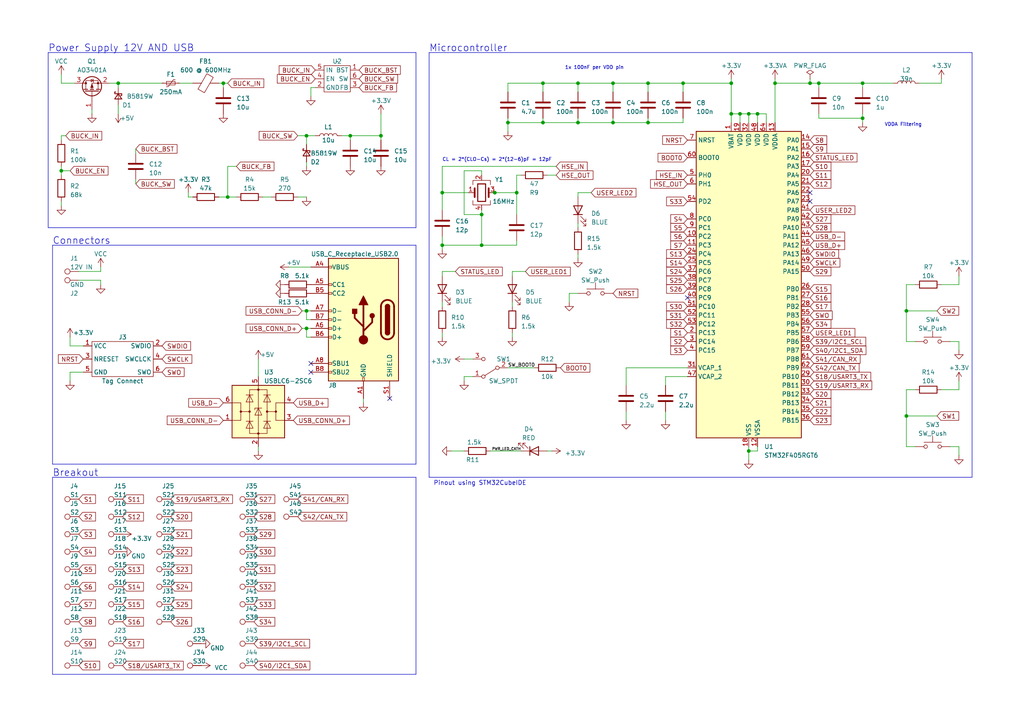
<source format=kicad_sch>
(kicad_sch (version 20230121) (generator eeschema)
  (paper "A4")
  (title_block (title "STM32_Compute_Module") (date "2023-06-14") (rev "1.0"))
  (junction (at 157.48 24.13))
  (junction (at 250.19 34.29))
  (junction (at 250.19 24.13))
  (junction (at 110.49 39.37))
  (junction (at 219.71 33.02))
  (junction (at 167.64 35.56))
  (junction (at 149.86 55.88))
  (junction (at 167.64 24.13))
  (junction (at 147.32 35.56))
  (junction (at 262.89 120.65))
  (junction (at 143.51 55.88))
  (junction (at 64.77 24.13))
  (junction (at 139.7 62.23))
  (junction (at 177.8 24.13))
  (junction (at 88.9 95.25))
  (junction (at 187.96 24.13))
  (junction (at 177.8 35.56))
  (junction (at 128.27 71.12))
  (junction (at 212.09 33.02))
  (junction (at 88.9 39.37))
  (junction (at 88.9 90.17))
  (junction (at 262.89 90.17))
  (junction (at 66.04 57.15))
  (junction (at 101.6 39.37))
  (junction (at 217.17 130.81))
  (junction (at 17.78 49.53))
  (junction (at 217.17 33.02))
  (junction (at 212.09 24.13))
  (junction (at 214.63 33.02))
  (junction (at 224.79 24.13))
  (junction (at 157.48 35.56))
  (junction (at 128.27 55.88))
  (junction (at 139.7 71.12))
  (junction (at 234.95 24.13))
  (junction (at 34.29 24.13))
  (junction (at 187.96 35.56))
  (junction (at 237.49 24.13))
  (junction (at 198.12 24.13))
  (no_connect (at 199.39 86.36))
  (no_connect (at 234.95 55.88))
  (no_connect (at 90.17 107.95))
  (no_connect (at 113.03 115.57))
  (no_connect (at 234.95 58.42))
  (no_connect (at 90.17 105.41))
  (wire (pts (xy 147.32 34.29) (xy 147.32 35.56)))
  (wire (pts (xy 128.27 71.12) (xy 139.7 71.12)))
  (wire (pts (xy 237.49 33.02) (xy 237.49 34.29)))
  (polyline (pts (xy 120.65 195.58) (xy 120.65 138.43)))
  (wire (pts (xy 139.7 71.12) (xy 149.86 71.12)))
  (wire (pts (xy 187.96 26.67) (xy 187.96 24.13)))
  (wire (pts (xy 147.32 26.67) (xy 147.32 24.13)))
  (wire (pts (xy 142.24 55.88) (xy 143.51 55.88)))
  (wire (pts (xy 152.4 78.74) (xy 148.59 78.74)))
  (wire (pts (xy 157.48 26.67) (xy 157.48 24.13)))
  (wire (pts (xy 66.04 48.26) (xy 66.04 57.15)))
  (wire (pts (xy 219.71 35.56) (xy 219.71 33.02)))
  (polyline (pts (xy 281.94 138.43) (xy 281.94 15.24)))
  (wire (pts (xy 29.21 78.74) (xy 29.21 77.47)))
  (wire (pts (xy 87.63 90.17) (xy 88.9 90.17)))
  (wire (pts (xy 110.49 39.37) (xy 110.49 40.64)))
  (wire (pts (xy 90.17 97.79) (xy 88.9 97.79)))
  (wire (pts (xy 193.04 111.76) (xy 193.04 109.22)))
  (wire (pts (xy 177.8 34.29) (xy 177.8 35.56)))
  (wire (pts (xy 167.64 24.13) (xy 177.8 24.13)))
  (wire (pts (xy 17.78 21.59) (xy 17.78 24.13)))
  (wire (pts (xy 198.12 24.13) (xy 212.09 24.13)))
  (wire (pts (xy 74.93 129.54) (xy 74.93 130.81)))
  (wire (pts (xy 217.17 130.81) (xy 217.17 133.35)))
  (wire (pts (xy 193.04 109.22) (xy 199.39 109.22)))
  (wire (pts (xy 17.78 48.26) (xy 17.78 49.53)))
  (polyline (pts (xy 15.24 71.12) (xy 15.24 134.62)))
  (polyline (pts (xy 120.65 15.24) (xy 120.65 66.04)))
  (wire (pts (xy 265.43 129.54) (xy 262.89 129.54)))
  (wire (pts (xy 198.12 24.13) (xy 198.12 26.67)))
  (wire (pts (xy 212.09 22.86) (xy 212.09 24.13)))
  (wire (pts (xy 160.02 130.81) (xy 158.75 130.81)))
  (wire (pts (xy 66.04 57.15) (xy 68.58 57.15)))
  (wire (pts (xy 26.67 33.02) (xy 26.67 31.75)))
  (wire (pts (xy 234.95 22.86) (xy 234.95 24.13)))
  (wire (pts (xy 217.17 33.02) (xy 214.63 33.02)))
  (wire (pts (xy 265.43 113.03) (xy 262.89 113.03)))
  (wire (pts (xy 212.09 33.02) (xy 212.09 35.56)))
  (wire (pts (xy 147.32 24.13) (xy 157.48 24.13)))
  (wire (pts (xy 278.13 110.49) (xy 278.13 113.03)))
  (wire (pts (xy 148.59 97.79) (xy 148.59 96.52)))
  (wire (pts (xy 88.9 95.25) (xy 90.17 95.25)))
  (wire (pts (xy 222.25 33.02) (xy 219.71 33.02)))
  (wire (pts (xy 273.05 22.86) (xy 273.05 24.13)))
  (wire (pts (xy 266.7 24.13) (xy 273.05 24.13)))
  (wire (pts (xy 20.32 97.79) (xy 20.32 100.33)))
  (wire (pts (xy 219.71 129.54) (xy 219.71 130.81)))
  (wire (pts (xy 87.63 95.25) (xy 88.9 95.25)))
  (wire (pts (xy 110.49 33.02) (xy 110.49 39.37)))
  (wire (pts (xy 22.86 81.28) (xy 29.21 81.28)))
  (wire (pts (xy 187.96 34.29) (xy 187.96 35.56)))
  (wire (pts (xy 193.04 119.38) (xy 193.04 121.92)))
  (wire (pts (xy 134.62 104.14) (xy 137.16 104.14)))
  (polyline (pts (xy 15.24 138.43) (xy 15.24 195.58)))
  (polyline (pts (xy 15.24 134.62) (xy 120.65 134.62)))
  (wire (pts (xy 234.95 24.13) (xy 237.49 24.13)))
  (wire (pts (xy 262.89 90.17) (xy 271.78 90.17)))
  (wire (pts (xy 128.27 48.26) (xy 161.29 48.26)))
  (wire (pts (xy 224.79 24.13) (xy 234.95 24.13)))
  (wire (pts (xy 265.43 99.06) (xy 262.89 99.06)))
  (wire (pts (xy 52.07 24.13) (xy 55.88 24.13)))
  (wire (pts (xy 265.43 82.55) (xy 262.89 82.55)))
  (wire (pts (xy 139.7 62.23) (xy 139.7 60.96)))
  (wire (pts (xy 19.05 39.37) (xy 17.78 39.37)))
  (wire (pts (xy 88.9 48.26) (xy 88.9 46.99)))
  (wire (pts (xy 128.27 55.88) (xy 135.89 55.88)))
  (polyline (pts (xy 13.97 15.24) (xy 120.65 15.24)))
  (wire (pts (xy 177.8 26.67) (xy 177.8 24.13)))
  (wire (pts (xy 177.8 35.56) (xy 187.96 35.56)))
  (wire (pts (xy 34.29 24.13) (xy 34.29 25.4)))
  (wire (pts (xy 68.58 48.26) (xy 66.04 48.26)))
  (wire (pts (xy 262.89 120.65) (xy 262.89 129.54)))
  (polyline (pts (xy 124.46 15.24) (xy 124.46 138.43)))
  (polyline (pts (xy 120.65 66.04) (xy 13.97 66.04)))
  (wire (pts (xy 90.17 25.4) (xy 90.17 27.94)))
  (wire (pts (xy 63.5 57.15) (xy 66.04 57.15)))
  (wire (pts (xy 157.48 24.13) (xy 167.64 24.13)))
  (wire (pts (xy 20.32 100.33) (xy 24.13 100.33)))
  (wire (pts (xy 17.78 24.13) (xy 21.59 24.13)))
  (wire (pts (xy 128.27 68.58) (xy 128.27 71.12)))
  (wire (pts (xy 250.19 34.29) (xy 250.19 35.56)))
  (wire (pts (xy 273.05 82.55) (xy 278.13 82.55)))
  (wire (pts (xy 222.25 35.56) (xy 222.25 33.02)))
  (wire (pts (xy 214.63 33.02) (xy 212.09 33.02)))
  (wire (pts (xy 217.17 129.54) (xy 217.17 130.81)))
  (wire (pts (xy 29.21 81.28) (xy 29.21 82.55)))
  (wire (pts (xy 91.44 25.4) (xy 90.17 25.4)))
  (wire (pts (xy 250.19 33.02) (xy 250.19 34.29)))
  (wire (pts (xy 88.9 41.91) (xy 88.9 39.37)))
  (wire (pts (xy 278.13 99.06) (xy 278.13 101.6)))
  (wire (pts (xy 17.78 39.37) (xy 17.78 40.64)))
  (wire (pts (xy 24.13 107.95) (xy 20.32 107.95)))
  (wire (pts (xy 224.79 22.86) (xy 224.79 24.13)))
  (wire (pts (xy 149.86 69.85) (xy 149.86 71.12)))
  (wire (pts (xy 17.78 58.42) (xy 17.78 59.69)))
  (polyline (pts (xy 124.46 138.43) (xy 281.94 138.43)))
  (wire (pts (xy 199.39 106.68) (xy 181.61 106.68)))
  (wire (pts (xy 262.89 113.03) (xy 262.89 120.65)))
  (wire (pts (xy 167.64 35.56) (xy 177.8 35.56)))
  (wire (pts (xy 137.16 109.22) (xy 134.62 109.22)))
  (wire (pts (xy 63.5 24.13) (xy 64.77 24.13)))
  (wire (pts (xy 237.49 24.13) (xy 250.19 24.13)))
  (wire (pts (xy 237.49 34.29) (xy 250.19 34.29)))
  (wire (pts (xy 64.77 25.4) (xy 64.77 24.13)))
  (wire (pts (xy 101.6 39.37) (xy 110.49 39.37)))
  (wire (pts (xy 219.71 33.02) (xy 217.17 33.02)))
  (wire (pts (xy 278.13 80.01) (xy 278.13 82.55)))
  (wire (pts (xy 34.29 24.13) (xy 46.99 24.13)))
  (wire (pts (xy 139.7 49.53) (xy 139.7 50.8)))
  (wire (pts (xy 167.64 66.04) (xy 167.64 64.77)))
  (wire (pts (xy 167.64 55.88) (xy 167.64 57.15)))
  (wire (pts (xy 128.27 78.74) (xy 128.27 80.01)))
  (wire (pts (xy 167.64 34.29) (xy 167.64 35.56)))
  (wire (pts (xy 224.79 24.13) (xy 224.79 35.56)))
  (wire (pts (xy 167.64 26.67) (xy 167.64 24.13)))
  (polyline (pts (xy 120.65 134.62) (xy 120.65 71.12)))
  (wire (pts (xy 139.7 49.53) (xy 134.62 49.53)))
  (wire (pts (xy 134.62 62.23) (xy 139.7 62.23)))
  (wire (pts (xy 167.64 85.09) (xy 165.1 85.09)))
  (wire (pts (xy 31.75 24.13) (xy 34.29 24.13)))
  (wire (pts (xy 158.75 50.8) (xy 161.29 50.8)))
  (wire (pts (xy 250.19 24.13) (xy 259.08 24.13)))
  (polyline (pts (xy 120.65 71.12) (xy 15.24 71.12)))
  (wire (pts (xy 128.27 97.79) (xy 128.27 96.52)))
  (wire (pts (xy 105.41 115.57) (xy 105.41 116.84)))
  (wire (pts (xy 157.48 35.56) (xy 167.64 35.56)))
  (wire (pts (xy 198.12 34.29) (xy 198.12 35.56)))
  (wire (pts (xy 134.62 109.22) (xy 134.62 110.49)))
  (wire (pts (xy 88.9 57.15) (xy 86.36 57.15)))
  (wire (pts (xy 128.27 88.9) (xy 128.27 87.63)))
  (wire (pts (xy 149.86 50.8) (xy 151.13 50.8)))
  (wire (pts (xy 83.82 77.47) (xy 90.17 77.47)))
  (wire (pts (xy 149.86 55.88) (xy 149.86 62.23)))
  (wire (pts (xy 88.9 90.17) (xy 90.17 90.17)))
  (wire (pts (xy 177.8 24.13) (xy 187.96 24.13)))
  (wire (pts (xy 147.32 35.56) (xy 147.32 38.1)))
  (wire (pts (xy 143.51 55.88) (xy 149.86 55.88)))
  (wire (pts (xy 187.96 24.13) (xy 198.12 24.13)))
  (wire (pts (xy 181.61 119.38) (xy 181.61 121.92)))
  (wire (pts (xy 167.64 74.93) (xy 167.64 73.66)))
  (wire (pts (xy 64.77 24.13) (xy 66.04 24.13)))
  (wire (pts (xy 262.89 90.17) (xy 262.89 99.06)))
  (wire (pts (xy 22.86 78.74) (xy 29.21 78.74)))
  (wire (pts (xy 39.37 43.18) (xy 39.37 44.45)))
  (wire (pts (xy 273.05 113.03) (xy 278.13 113.03)))
  (wire (pts (xy 128.27 72.39) (xy 128.27 71.12)))
  (wire (pts (xy 157.48 34.29) (xy 157.48 35.56)))
  (wire (pts (xy 54.61 57.15) (xy 55.88 57.15)))
  (wire (pts (xy 88.9 39.37) (xy 91.44 39.37)))
  (wire (pts (xy 181.61 106.68) (xy 181.61 111.76)))
  (wire (pts (xy 165.1 85.09) (xy 165.1 87.63)))
  (wire (pts (xy 275.59 99.06) (xy 278.13 99.06)))
  (wire (pts (xy 101.6 39.37) (xy 101.6 40.64)))
  (wire (pts (xy 278.13 129.54) (xy 278.13 132.08)))
  (wire (pts (xy 250.19 25.4) (xy 250.19 24.13)))
  (wire (pts (xy 142.24 130.81) (xy 151.13 130.81)))
  (wire (pts (xy 148.59 88.9) (xy 148.59 87.63)))
  (wire (pts (xy 147.32 106.68) (xy 154.94 106.68)))
  (wire (pts (xy 134.62 130.81) (xy 130.81 130.81)))
  (wire (pts (xy 148.59 78.74) (xy 148.59 80.01)))
  (wire (pts (xy 262.89 120.65) (xy 271.78 120.65)))
  (wire (pts (xy 187.96 35.56) (xy 198.12 35.56)))
  (wire (pts (xy 171.45 55.88) (xy 167.64 55.88)))
  (polyline (pts (xy 15.24 195.58) (xy 120.65 195.58)))
  (wire (pts (xy 17.78 49.53) (xy 20.32 49.53)))
  (wire (pts (xy 39.37 53.34) (xy 39.37 52.07)))
  (wire (pts (xy 128.27 55.88) (xy 128.27 60.96)))
  (wire (pts (xy 74.93 104.14) (xy 74.93 109.22)))
  (wire (pts (xy 34.29 30.48) (xy 34.29 33.02)))
  (wire (pts (xy 88.9 39.37) (xy 86.36 39.37)))
  (polyline (pts (xy 13.97 66.04) (xy 13.97 15.24)))
  (wire (pts (xy 139.7 62.23) (xy 139.7 71.12)))
  (wire (pts (xy 237.49 25.4) (xy 237.49 24.13)))
  (wire (pts (xy 17.78 49.53) (xy 17.78 50.8)))
  (polyline (pts (xy 120.65 138.43) (xy 15.24 138.43)))
  (wire (pts (xy 275.59 129.54) (xy 278.13 129.54)))
  (wire (pts (xy 20.32 107.95) (xy 20.32 110.49)))
  (wire (pts (xy 212.09 24.13) (xy 212.09 33.02)))
  (wire (pts (xy 128.27 55.88) (xy 128.27 48.26)))
  (wire (pts (xy 132.08 78.74) (xy 128.27 78.74)))
  (wire (pts (xy 214.63 35.56) (xy 214.63 33.02)))
  (wire (pts (xy 134.62 49.53) (xy 134.62 62.23)))
  (wire (pts (xy 90.17 92.71) (xy 88.9 92.71)))
  (wire (pts (xy 88.9 92.71) (xy 88.9 90.17)))
  (wire (pts (xy 76.2 57.15) (xy 78.74 57.15)))
  (wire (pts (xy 217.17 35.56) (xy 217.17 33.02)))
  (wire (pts (xy 219.71 130.81) (xy 217.17 130.81)))
  (wire (pts (xy 54.61 55.88) (xy 54.61 57.15)))
  (wire (pts (xy 262.89 82.55) (xy 262.89 90.17)))
  (wire (pts (xy 88.9 95.25) (xy 88.9 97.79)))
  (wire (pts (xy 149.86 50.8) (xy 149.86 55.88)))
  (wire (pts (xy 147.32 35.56) (xy 157.48 35.56)))
  (polyline (pts (xy 124.46 15.24) (xy 281.94 15.24)))
  (wire (pts (xy 99.06 39.37) (xy 101.6 39.37)))
  (text "1x 100nF per VDD pin" (at 163.83 20.32 0) (effects (font (size 1 1)) (justify left bottom)))
  (text "Power Supply 12V AND USB\n" (at 13.97 15.24 0) (effects (font (size 2 2)) (justify left bottom)))
  (text "CL = 2*(CLO-Cs) = 2*(12-6)pF = 12pF" (at 128.27 46.99 0) (effects (font (size 1 1)) (justify left bottom)))
  (text "Breakout\n" (at 15.24 138.43 0) (effects (font (size 2 2)) (justify left bottom)))
  (text "VDDA Filtering\n" (at 256.54 36.83 0) (effects (font (size 1 1)) (justify left bottom)))
  (text "Microcontroller" (at 124.46 15.24 0) (effects (font (size 2 2)) (justify left bottom)))
  (text "Connectors\n" (at 15.24 71.12 0) (effects (font (size 2 2)) (justify left bottom)))
  (text "Pinout using STM32CubeIDE\n" (at 125.73 140.97 0) (effects (font (size 1.27 1.27)) (justify left bottom)))
  (label "SW_BOOT0" (at 147.32 106.68 0) (effects (font (size 1 1))))
  (label "PWR_LED_CATH" (at 151.13 130.81 180) (effects (font (size 0.75 0.75))))
  (global_label "S42{slash}CAN_TX" (shape input) (at 86.36 149.86 0) (property "Intersheetrefs" "${INTERSHEET_REFS}" (effects hide)))
  (global_label "S9" (shape input) (at 22.86 186.69 0) (property "Intersheetrefs" "${INTERSHEET_REFS}" (effects hide)))
  (global_label "S41{slash}CAN_RX" (shape input) (at 234.95 104.14 0) (property "Intersheetrefs" "${INTERSHEET_REFS}" (effects hide)))
  (global_label "S12" (shape input) (at 234.95 53.34 0) (property "Intersheetrefs" "${INTERSHEET_REFS}" (effects hide)))
  (global_label "S41{slash}CAN_RX" (shape input) (at 86.36 144.78 0) (property "Intersheetrefs" "${INTERSHEET_REFS}" (effects hide)))
  (global_label "BUCK_IN" (shape input) (at 66.04 24.13 0) (property "Intersheetrefs" "${INTERSHEET_REFS}" (effects hide)))
  (global_label "USER_LED1" (shape input) (at 152.4 78.74 0) (property "Intersheetrefs" "${INTERSHEET_REFS}" (effects hide)))
  (global_label "USER_LED2" (shape input) (at 234.95 60.96 0) (property "Intersheetrefs" "${INTERSHEET_REFS}" (effects hide)))
  (global_label "S39{slash}I2C1_SCL" (shape input) (at 234.95 99.06 0) (property "Intersheetrefs" "${INTERSHEET_REFS}" (effects hide)))
  (global_label "S8" (shape input) (at 234.95 40.64 0) (property "Intersheetrefs" "${INTERSHEET_REFS}" (effects hide)))
  (global_label "S4" (shape input) (at 199.39 63.5 180) (property "Intersheetrefs" "${INTERSHEET_REFS}" (effects hide)))
  (global_label "S22" (shape input) (at 234.95 119.38 0) (property "Intersheetrefs" "${INTERSHEET_REFS}" (effects hide)))
  (global_label "S4" (shape input) (at 22.86 160.02 0) (property "Intersheetrefs" "${INTERSHEET_REFS}" (effects hide)))
  (global_label "HSE_OUT" (shape input) (at 161.29 50.8 0) (property "Intersheetrefs" "${INTERSHEET_REFS}" (effects hide)))
  (global_label "BUCK_SW" (shape input) (at 86.36 39.37 180) (property "Intersheetrefs" "${INTERSHEET_REFS}" (effects hide)))
  (global_label "BUCK_BST" (shape input) (at 104.14 20.32 0) (property "Intersheetrefs" "${INTERSHEET_REFS}" (effects hide)))
  (global_label "S27" (shape input) (at 73.66 144.78 0) (property "Intersheetrefs" "${INTERSHEET_REFS}" (effects hide)))
  (global_label "HSE_OUT" (shape input) (at 199.39 53.34 180) (property "Intersheetrefs" "${INTERSHEET_REFS}" (effects hide)))
  (global_label "S24" (shape input) (at 49.53 170.18 0) (property "Intersheetrefs" "${INTERSHEET_REFS}" (effects hide)))
  (global_label "S1" (shape input) (at 199.39 96.52 180) (property "Intersheetrefs" "${INTERSHEET_REFS}" (effects hide)))
  (global_label "S40{slash}I2C1_SDA" (shape input) (at 234.95 101.6 0) (property "Intersheetrefs" "${INTERSHEET_REFS}" (effects hide)))
  (global_label "BUCK_EN" (shape input) (at 20.32 49.53 0) (property "Intersheetrefs" "${INTERSHEET_REFS}" (effects hide)))
  (global_label "NRST" (shape input) (at 177.8 85.09 0) (property "Intersheetrefs" "${INTERSHEET_REFS}" (effects hide)))
  (global_label "S42{slash}CAN_TX" (shape input) (at 234.95 106.68 0) (property "Intersheetrefs" "${INTERSHEET_REFS}" (effects hide)))
  (global_label "BOOT0" (shape input) (at 199.39 45.72 180) (property "Intersheetrefs" "${INTERSHEET_REFS}" (effects hide)))
  (global_label "SWCLK" (shape input) (at 234.95 76.2 0) (property "Intersheetrefs" "${INTERSHEET_REFS}" (effects hide)))
  (global_label "USB_CONN_D-" (shape input) (at 87.63 90.17 180) (property "Intersheetrefs" "${INTERSHEET_REFS}" (effects hide)))
  (global_label "S19{slash}USART3_RX" (shape input) (at 234.95 111.76 0) (property "Intersheetrefs" "${INTERSHEET_REFS}" (effects hide)))
  (global_label "USER_LED2" (shape input) (at 171.45 55.88 0) (property "Intersheetrefs" "${INTERSHEET_REFS}" (effects hide)))
  (global_label "S26" (shape input) (at 199.39 83.82 180) (property "Intersheetrefs" "${INTERSHEET_REFS}" (effects hide)))
  (global_label "S25" (shape input) (at 199.39 81.28 180) (property "Intersheetrefs" "${INTERSHEET_REFS}" (effects hide)))
  (global_label "USB_D-" (shape input) (at 64.77 116.84 180) (property "Intersheetrefs" "${INTERSHEET_REFS}" (effects hide)))
  (global_label "STATUS_LED" (shape input) (at 132.08 78.74 0) (property "Intersheetrefs" "${INTERSHEET_REFS}" (effects hide)))
  (global_label "NRST" (shape input) (at 24.13 104.14 180) (property "Intersheetrefs" "${INTERSHEET_REFS}" (effects hide)))
  (global_label "SWDIO" (shape input) (at 46.99 100.33 0) (property "Intersheetrefs" "${INTERSHEET_REFS}" (effects hide)))
  (global_label "S29" (shape input) (at 73.66 154.94 0) (property "Intersheetrefs" "${INTERSHEET_REFS}" (effects hide)))
  (global_label "S31" (shape input) (at 199.39 91.44 180) (property "Intersheetrefs" "${INTERSHEET_REFS}" (effects hide)))
  (global_label "BUCK_IN" (shape input) (at 19.05 39.37 0) (property "Intersheetrefs" "${INTERSHEET_REFS}" (effects hide)))
  (global_label "S13" (shape input) (at 35.56 165.1 0) (property "Intersheetrefs" "${INTERSHEET_REFS}" (effects hide)))
  (global_label "S33" (shape input) (at 73.66 175.26 0) (property "Intersheetrefs" "${INTERSHEET_REFS}" (effects hide)))
  (global_label "USB_CONN_D+" (shape input) (at 85.09 121.92 0) (property "Intersheetrefs" "${INTERSHEET_REFS}" (effects hide)))
  (global_label "S28" (shape input) (at 73.66 149.86 0) (property "Intersheetrefs" "${INTERSHEET_REFS}" (effects hide)))
  (global_label "USB_D+" (shape input) (at 234.95 71.12 0) (property "Intersheetrefs" "${INTERSHEET_REFS}" (effects hide)))
  (global_label "S16" (shape input) (at 234.95 86.36 0) (property "Intersheetrefs" "${INTERSHEET_REFS}" (effects hide)))
  (global_label "S11" (shape input) (at 234.95 50.8 0) (property "Intersheetrefs" "${INTERSHEET_REFS}" (effects hide)))
  (global_label "BUCK_FB" (shape input) (at 104.14 25.4 0) (property "Intersheetrefs" "${INTERSHEET_REFS}" (effects hide)))
  (global_label "S20" (shape input) (at 49.53 149.86 0) (property "Intersheetrefs" "${INTERSHEET_REFS}" (effects hide)))
  (global_label "S28" (shape input) (at 234.95 66.04 0) (property "Intersheetrefs" "${INTERSHEET_REFS}" (effects hide)))
  (global_label "S21" (shape input) (at 234.95 116.84 0) (property "Intersheetrefs" "${INTERSHEET_REFS}" (effects hide)))
  (global_label "BUCK_EN" (shape input) (at 91.44 22.86 180) (property "Intersheetrefs" "${INTERSHEET_REFS}" (effects hide)))
  (global_label "SW1" (shape input) (at 271.78 120.65 0) (property "Intersheetrefs" "${INTERSHEET_REFS}" (effects hide)))
  (global_label "S3" (shape input) (at 22.86 154.94 0) (property "Intersheetrefs" "${INTERSHEET_REFS}" (effects hide)))
  (global_label "S5" (shape input) (at 22.86 165.1 0) (property "Intersheetrefs" "${INTERSHEET_REFS}" (effects hide)))
  (global_label "S32" (shape input) (at 73.66 170.18 0) (property "Intersheetrefs" "${INTERSHEET_REFS}" (effects hide)))
  (global_label "S12" (shape input) (at 35.56 149.86 0) (property "Intersheetrefs" "${INTERSHEET_REFS}" (effects hide)))
  (global_label "HSE_IN" (shape input) (at 199.39 50.8 180) (property "Intersheetrefs" "${INTERSHEET_REFS}" (effects hide)))
  (global_label "S11" (shape input) (at 35.56 144.78 0) (property "Intersheetrefs" "${INTERSHEET_REFS}" (effects hide)))
  (global_label "S34" (shape input) (at 234.95 93.98 0) (property "Intersheetrefs" "${INTERSHEET_REFS}" (effects hide)))
  (global_label "S10" (shape input) (at 22.86 193.04 0) (property "Intersheetrefs" "${INTERSHEET_REFS}" (effects hide)))
  (global_label "S23" (shape input) (at 49.53 165.1 0) (property "Intersheetrefs" "${INTERSHEET_REFS}" (effects hide)))
  (global_label "BUCK_SW" (shape input) (at 39.37 53.34 0) (property "Intersheetrefs" "${INTERSHEET_REFS}" (effects hide)))
  (global_label "S2" (shape input) (at 199.39 99.06 180) (property "Intersheetrefs" "${INTERSHEET_REFS}" (effects hide)))
  (global_label "S27" (shape input) (at 234.95 63.5 0) (property "Intersheetrefs" "${INTERSHEET_REFS}" (effects hide)))
  (global_label "SWO" (shape input) (at 46.99 107.95 0) (property "Intersheetrefs" "${INTERSHEET_REFS}" (effects hide)))
  (global_label "S17" (shape input) (at 35.56 186.69 0) (property "Intersheetrefs" "${INTERSHEET_REFS}" (effects hide)))
  (global_label "NRST" (shape input) (at 199.39 40.64 180) (property "Intersheetrefs" "${INTERSHEET_REFS}" (effects hide)))
  (global_label "S29" (shape input) (at 234.95 78.74 0) (property "Intersheetrefs" "${INTERSHEET_REFS}" (effects hide)))
  (global_label "S31" (shape input) (at 73.66 165.1 0) (property "Intersheetrefs" "${INTERSHEET_REFS}" (effects hide)))
  (global_label "S17" (shape input) (at 234.95 88.9 0) (property "Intersheetrefs" "${INTERSHEET_REFS}" (effects hide)))
  (global_label "S6" (shape input) (at 199.39 68.58 180) (property "Intersheetrefs" "${INTERSHEET_REFS}" (effects hide)))
  (global_label "S39{slash}I2C1_SCL" (shape input) (at 73.66 186.69 0) (property "Intersheetrefs" "${INTERSHEET_REFS}" (effects hide)))
  (global_label "SWCLK" (shape input) (at 46.99 104.14 0) (property "Intersheetrefs" "${INTERSHEET_REFS}" (effects hide)))
  (global_label "S7" (shape input) (at 22.86 175.26 0) (property "Intersheetrefs" "${INTERSHEET_REFS}" (effects hide)))
  (global_label "S25" (shape input) (at 49.53 175.26 0) (property "Intersheetrefs" "${INTERSHEET_REFS}" (effects hide)))
  (global_label "USB_D+" (shape input) (at 85.09 116.84 0) (property "Intersheetrefs" "${INTERSHEET_REFS}" (effects hide)))
  (global_label "HSE_IN" (shape input) (at 161.29 48.26 0) (property "Intersheetrefs" "${INTERSHEET_REFS}" (effects hide)))
  (global_label "S20" (shape input) (at 234.95 114.3 0) (property "Intersheetrefs" "${INTERSHEET_REFS}" (effects hide)))
  (global_label "BUCK_IN" (shape input) (at 91.44 20.32 180) (property "Intersheetrefs" "${INTERSHEET_REFS}" (effects hide)))
  (global_label "S10" (shape input) (at 234.95 48.26 0) (property "Intersheetrefs" "${INTERSHEET_REFS}" (effects hide)))
  (global_label "S32" (shape input) (at 199.39 93.98 180) (property "Intersheetrefs" "${INTERSHEET_REFS}" (effects hide)))
  (global_label "S18{slash}USART3_TX" (shape input) (at 234.95 109.22 0) (property "Intersheetrefs" "${INTERSHEET_REFS}" (effects hide)))
  (global_label "S2" (shape input) (at 22.86 149.86 0) (property "Intersheetrefs" "${INTERSHEET_REFS}" (effects hide)))
  (global_label "S21" (shape input) (at 49.53 154.94 0) (property "Intersheetrefs" "${INTERSHEET_REFS}" (effects hide)))
  (global_label "S14" (shape input) (at 199.39 76.2 180) (property "Intersheetrefs" "${INTERSHEET_REFS}" (effects hide)))
  (global_label "S1" (shape input) (at 22.86 144.78 0) (property "Intersheetrefs" "${INTERSHEET_REFS}" (effects hide)))
  (global_label "S3" (shape input) (at 199.39 101.6 180) (property "Intersheetrefs" "${INTERSHEET_REFS}" (effects hide)))
  (global_label "S40{slash}I2C1_SDA" (shape input) (at 73.66 193.04 0) (property "Intersheetrefs" "${INTERSHEET_REFS}" (effects hide)))
  (global_label "S22" (shape input) (at 49.53 160.02 0) (property "Intersheetrefs" "${INTERSHEET_REFS}" (effects hide)))
  (global_label "S16" (shape input) (at 35.56 180.34 0) (property "Intersheetrefs" "${INTERSHEET_REFS}" (effects hide)))
  (global_label "S7" (shape input) (at 199.39 71.12 180) (property "Intersheetrefs" "${INTERSHEET_REFS}" (effects hide)))
  (global_label "USB_D-" (shape input) (at 234.95 68.58 0) (property "Intersheetrefs" "${INTERSHEET_REFS}" (effects hide)))
  (global_label "S19{slash}USART3_RX" (shape input) (at 49.53 144.78 0) (property "Intersheetrefs" "${INTERSHEET_REFS}" (effects hide)))
  (global_label "S23" (shape input) (at 234.95 121.92 0) (property "Intersheetrefs" "${INTERSHEET_REFS}" (effects hide)))
  (global_label "S30" (shape input) (at 73.66 160.02 0) (property "Intersheetrefs" "${INTERSHEET_REFS}" (effects hide)))
  (global_label "S30" (shape input) (at 199.39 88.9 180) (property "Intersheetrefs" "${INTERSHEET_REFS}" (effects hide)))
  (global_label "SW2" (shape input) (at 271.78 90.17 0) (property "Intersheetrefs" "${INTERSHEET_REFS}" (effects hide)))
  (global_label "S18{slash}USART3_TX" (shape input) (at 35.56 193.04 0) (property "Intersheetrefs" "${INTERSHEET_REFS}" (effects hide)))
  (global_label "USB_CONN_D+" (shape input) (at 87.63 95.25 180) (property "Intersheetrefs" "${INTERSHEET_REFS}" (effects hide)))
  (global_label "S5" (shape input) (at 199.39 66.04 180) (property "Intersheetrefs" "${INTERSHEET_REFS}" (effects hide)))
  (global_label "S8" (shape input) (at 22.86 180.34 0) (property "Intersheetrefs" "${INTERSHEET_REFS}" (effects hide)))
  (global_label "USER_LED1" (shape input) (at 234.95 96.52 0) (property "Intersheetrefs" "${INTERSHEET_REFS}" (effects hide)))
  (global_label "S6" (shape input) (at 22.86 170.18 0) (property "Intersheetrefs" "${INTERSHEET_REFS}" (effects hide)))
  (global_label "USB_CONN_D-" (shape input) (at 64.77 121.92 180) (property "Intersheetrefs" "${INTERSHEET_REFS}" (effects hide)))
  (global_label "S9" (shape input) (at 234.95 43.18 0) (property "Intersheetrefs" "${INTERSHEET_REFS}" (effects hide)))
  (global_label "S34" (shape input) (at 73.66 180.34 0) (property "Intersheetrefs" "${INTERSHEET_REFS}" (effects hide)))
  (global_label "SWO" (shape input) (at 234.95 91.44 0) (property "Intersheetrefs" "${INTERSHEET_REFS}" (effects hide)))
  (global_label "S33" (shape input) (at 199.39 58.42 180) (property "Intersheetrefs" "${INTERSHEET_REFS}" (effects hide)))
  (global_label "BUCK_SW" (shape input) (at 104.14 22.86 0) (property "Intersheetrefs" "${INTERSHEET_REFS}" (effects hide)))
  (global_label "S26" (shape input) (at 49.53 180.34 0) (property "Intersheetrefs" "${INTERSHEET_REFS}" (effects hide)))
  (global_label "S24" (shape input) (at 199.39 78.74 180) (property "Intersheetrefs" "${INTERSHEET_REFS}" (effects hide)))
  (global_label "S14" (shape input) (at 35.56 170.18 0) (property "Intersheetrefs" "${INTERSHEET_REFS}" (effects hide)))
  (global_label "STATUS_LED" (shape input) (at 234.95 45.72 0) (property "Intersheetrefs" "${INTERSHEET_REFS}" (effects hide)))
  (global_label "S13" (shape input) (at 199.39 73.66 180) (property "Intersheetrefs" "${INTERSHEET_REFS}" (effects hide)))
  (global_label "BUCK_FB" (shape input) (at 68.58 48.26 0) (property "Intersheetrefs" "${INTERSHEET_REFS}" (effects hide)))
  (global_label "S15" (shape input) (at 234.95 83.82 0) (property "Intersheetrefs" "${INTERSHEET_REFS}" (effects hide)))
  (global_label "SWDIO" (shape input) (at 234.95 73.66 0) (property "Intersheetrefs" "${INTERSHEET_REFS}" (effects hide)))
  (global_label "S15" (shape input) (at 35.56 175.26 0) (property "Intersheetrefs" "${INTERSHEET_REFS}" (effects hide)))
  (global_label "BOOT0" (shape input) (at 162.56 106.68 0) (property "Intersheetrefs" "${INTERSHEET_REFS}" (effects hide)))
  (global_label "BUCK_BST" (shape input) (at 39.37 43.18 0) (property "Intersheetrefs" "${INTERSHEET_REFS}" (effects hide)))
  (symbol (lib_id "Device:R") (at 86.36 85.09 90) (unit 1)
    (property "Reference" "R13" (at 82.55 87.63 90))
    (property "Value" "5.1k" (at 87.63 87.63 90))
    (property "Footprint" "Resistor_SMD:R_0402_1005Metric" (effects hide))
  )
  (symbol (lib_id "Connector:TestPoint") (at 73.66 180.34 90) (unit 1)
    (property "Reference" "J42" (at 71.12 176.53 90) (effects (justify right)))
    (property "Value" "S38" (at 71.12 179.07 90) (effects (justify right)))
    (property "Footprint" "Josh Custom:Cas Pad" (effects hide))
  )
  (symbol (lib_id "power:GND") (at 193.04 121.92 0) (unit 1)
    (property "Reference" "#PWR033" (effects hide))
    (property "Value" "GND" (effects hide))
  )
  (symbol (lib_id "power:GND") (at 35.56 160.02 90) (unit 1)
    (property "Reference" "#PWR010" (effects hide))
    (property "Value" "GND" (at 38.1 161.29 90) (effects (justify right)))
  )
  (symbol (lib_id "Connector:TestPoint") (at 22.86 81.28 90) (unit 1)
    (property "Reference" "J2" (at 20.32 85.09 90) (effects (justify right)))
    (property "Value" "GND" (at 20.32 82.55 90) (effects (justify right)))
    (property "Footprint" "TestPoint:TestPoint_Pad_2.5x2.5mm" (effects hide))
  )
  (symbol (lib_id "Device:C") (at 147.32 30.48 0) (unit 1)
    (property "Reference" "C1" (at 151.13 29.845 0) (effects (justify left)))
    (property "Value" "4.7u" (at 151.13 32.385 0) (effects (justify left)))
    (property "Footprint" "Capacitor_SMD:C_0603_1608Metric" (effects hide))
  )
  (symbol (lib_id "Connector:TestPoint") (at 35.56 170.18 90) (unit 1)
    (property "Reference" "J20" (at 33.02 166.37 90) (effects (justify right)))
    (property "Value" "S16" (at 33.02 168.91 90) (effects (justify right)))
    (property "Footprint" "Josh Custom:Cas Pad" (effects hide))
  )
  (symbol (lib_id "Device:R") (at 148.59 92.71 0) (unit 1)
    (property "Reference" "R6" (at 151.13 92.075 0) (effects (justify left)))
    (property "Value" "1.5k" (at 151.13 94.615 0) (effects (justify left)))
    (property "Footprint" "Resistor_SMD:R_0603_1608Metric" (effects hide))
  )
  (symbol (lib_id "Connector:TestPoint") (at 22.86 170.18 90) (unit 1)
    (property "Reference" "J10" (at 20.32 166.37 90) (effects (justify right)))
    (property "Value" "S6" (at 20.32 168.91 90) (effects (justify right)))
    (property "Footprint" "Josh Custom:Cas Pad" (effects hide))
  )
  (symbol (lib_id "Device:LED") (at 148.59 83.82 90) (unit 1)
    (property "Reference" "D5" (at 152.4 84.7725 90) (effects (justify right)))
    (property "Value" "BLUE" (at 152.4 87.3125 90) (effects (justify right)))
    (property "Footprint" "LED_SMD:LED_0603_1608Metric" (effects hide))
  )
  (symbol (lib_id "Device:C") (at 64.77 29.21 0) (unit 1)
    (property "Reference" "C13" (at 68.58 28.575 0) (effects (justify left)))
    (property "Value" "10u" (at 68.58 31.115 0) (effects (justify left)))
    (property "Footprint" "Capacitor_SMD:C_1206_3216Metric" (effects hide))
  )
  (symbol (lib_id "power:GND") (at 17.78 59.69 0) (unit 1)
    (property "Reference" "#PWR03" (effects hide))
    (property "Value" "GND" (effects hide))
  )
  (symbol (lib_id "Device:C") (at 157.48 30.48 0) (unit 1)
    (property "Reference" "C2" (at 161.29 29.845 0) (effects (justify left)))
    (property "Value" "100n" (at 161.29 32.385 0) (effects (justify left)))
    (property "Footprint" "Capacitor_SMD:C_0402_1005Metric" (effects hide))
  )
  (symbol (lib_id "power:GND") (at 58.42 186.69 90) (unit 1)
    (property "Reference" "#PWR016" (effects hide))
    (property "Value" "GND" (at 60.96 187.96 90) (effects (justify right)))
  )
  (symbol (lib_id "Connector:TestPoint") (at 22.86 165.1 90) (unit 1)
    (property "Reference" "J9" (at 20.32 161.29 90) (effects (justify right)))
    (property "Value" "S5" (at 20.32 163.83 90) (effects (justify right)))
    (property "Footprint" "Josh Custom:Cas Pad" (effects hide))
  )
  (symbol (lib_id "power:+3.3V") (at 278.13 110.49 0) (unit 1)
    (property "Reference" "#PWR024" (effects hide))
    (property "Value" "+3.3V" (at 278.13 106.68 0))
  )
  (symbol (lib_id "Device:Crystal_GND24") (at 139.7 55.88 0) (unit 1)
    (property "Reference" "Y1" (at 144.78 52.07 0))
    (property "Value" "16MHz" (at 146.05 58.42 0))
    (property "Footprint" "Crystal:Crystal_SMD_3225-4Pin_3.2x2.5mm" (effects hide))
  )
  (symbol (lib_id "Device:C") (at 250.19 29.21 0) (unit 1)
    (property "Reference" "C10" (at 254 28.575 0) (effects (justify left)))
    (property "Value" "1u" (at 254 31.115 0) (effects (justify left)))
    (property "Footprint" "Capacitor_SMD:C_0402_1005Metric" (effects hide))
  )
  (symbol (lib_id "Connector:TestPoint") (at 49.53 175.26 90) (unit 1)
    (property "Reference" "J31" (at 46.99 171.45 90) (effects (justify right)))
    (property "Value" "S27" (at 46.99 173.99 90) (effects (justify right)))
    (property "Footprint" "Josh Custom:Cas Pad" (effects hide))
  )
  (symbol (lib_id "Connector:TestPoint") (at 86.36 144.78 90) (unit 1)
    (property "Reference" "J45" (at 83.82 140.97 90) (effects (justify right)))
    (property "Value" "S41" (at 83.82 143.51 90) (effects (justify right)))
    (property "Footprint" "Josh Custom:Cas Pad" (effects hide))
  )
  (symbol (lib_id "Device:D_Schottky_Small") (at 34.29 27.94 90) (mirror x) (unit 1)
    (property "Reference" "D1" (at 36.83 30.48 90))
    (property "Value" "B5819W" (at 40.64 27.94 90))
    (property "Footprint" "Diode_SMD:D_SOD-123" (effects hide))
  )
  (symbol (lib_id "Device:C") (at 149.86 66.04 0) (unit 1)
    (property "Reference" "C17" (at 153.67 65.405 0) (effects (justify left)))
    (property "Value" "12p" (at 153.67 67.945 0) (effects (justify left)))
    (property "Footprint" "Capacitor_SMD:C_0402_1005Metric" (effects hide))
  )
  (symbol (lib_id "power:+3.3V") (at 160.02 130.81 270) (unit 1)
    (property "Reference" "#PWR01" (effects hide))
    (property "Value" "+3.3V" (at 163.83 131.445 90) (effects (justify left)))
  )
  (symbol (lib_id "power:GND") (at 88.9 48.26 0) (unit 1)
    (property "Reference" "#PWR020" (effects hide))
    (property "Value" "GND" (effects hide))
  )
  (symbol (lib_id "Connector:TestPoint") (at 73.66 170.18 90) (unit 1)
    (property "Reference" "J40" (at 71.12 166.37 90) (effects (justify right)))
    (property "Value" "S36" (at 71.12 168.91 90) (effects (justify right)))
    (property "Footprint" "Josh Custom:Cas Pad" (effects hide))
  )
  (symbol (lib_id "Connector:TestPoint") (at 22.86 154.94 90) (unit 1)
    (property "Reference" "J6" (at 20.32 151.13 90) (effects (justify right)))
    (property "Value" "S3" (at 20.32 153.67 90) (effects (justify right)))
    (property "Footprint" "Josh Custom:Cas Pad" (effects hide))
  )
  (symbol (lib_id "Connector:TestPoint") (at 73.66 193.04 90) (unit 1)
    (property "Reference" "J44" (at 71.12 189.23 90) (effects (justify right)))
    (property "Value" "S40" (at 71.12 191.77 90) (effects (justify right)))
    (property "Footprint" "Josh Custom:Cas Pad" (effects hide))
  )
  (symbol (lib_id "Device:R") (at 17.78 44.45 0) (unit 1)
    (property "Reference" "R1" (at 20.32 43.815 0) (effects (justify left)))
    (property "Value" "100k" (at 20.32 46.355 0) (effects (justify left)))
    (property "Footprint" "Resistor_SMD:R_0603_1608Metric" (effects hide))
  )
  (symbol (lib_id "power:GND") (at 110.49 48.26 0) (unit 1)
    (property "Reference" "#PWR028" (effects hide))
    (property "Value" "GND" (effects hide))
  )
  (symbol (lib_id "Connector:TestPoint") (at 22.86 193.04 90) (unit 1)
    (property "Reference" "J14" (at 20.32 189.23 90) (effects (justify right)))
    (property "Value" "S10" (at 20.32 191.77 90) (effects (justify right)))
    (property "Footprint" "Josh Custom:Cas Pad" (effects hide))
  )
  (symbol (lib_id "Connector:TestPoint") (at 49.53 154.94 90) (unit 1)
    (property "Reference" "J27" (at 46.99 151.13 90) (effects (justify right)))
    (property "Value" "S23" (at 46.99 153.67 90) (effects (justify right)))
    (property "Footprint" "Josh Custom:Cas Pad" (effects hide))
  )
  (symbol (lib_id "Connector:TestPoint") (at 22.86 160.02 90) (unit 1)
    (property "Reference" "J7" (at 20.32 156.21 90) (effects (justify right)))
    (property "Value" "S4" (at 20.32 158.75 90) (effects (justify right)))
    (property "Footprint" "Josh Custom:Cas Pad" (effects hide))
  )
  (symbol (lib_id "Device:R") (at 167.64 69.85 0) (unit 1)
    (property "Reference" "R15" (at 170.18 69.215 0) (effects (justify left)))
    (property "Value" "1.5k" (at 170.18 71.755 0) (effects (justify left)))
    (property "Footprint" "Resistor_SMD:R_0603_1608Metric" (effects hide))
  )
  (symbol (lib_id "power:GND") (at 250.19 35.56 0) (unit 1)
    (property "Reference" "#PWR040" (effects hide))
    (property "Value" "GND" (effects hide))
  )
  (symbol (lib_id "Device:Polyfuse_Small") (at 49.53 24.13 90) (unit 1)
    (property "Reference" "F1" (at 49.53 21.59 90))
    (property "Value" "250mA" (at 49.53 26.67 90))
    (property "Footprint" "Fuse:Fuse_1206_3216Metric" (effects hide))
  )
  (symbol (lib_id "Connector:TestPoint") (at 35.56 193.04 90) (unit 1)
    (property "Reference" "J24" (at 33.02 189.23 90) (effects (justify right)))
    (property "Value" "S20" (at 33.02 191.77 90) (effects (justify right)))
    (property "Footprint" "Josh Custom:Cas Pad" (effects hide))
  )
  (symbol (lib_id "Connector:TestPoint") (at 22.86 186.69 90) (unit 1)
    (property "Reference" "J13" (at 20.32 182.88 90) (effects (justify right)))
    (property "Value" "S9" (at 20.32 185.42 90) (effects (justify right)))
    (property "Footprint" "Josh Custom:Cas Pad" (effects hide))
  )
  (symbol (lib_id "Connector:TestPoint") (at 35.56 160.02 90) (unit 1)
    (property "Reference" "J18" (at 33.02 156.21 90) (effects (justify right)))
    (property "Value" "S14" (at 33.02 158.75 90) (effects (justify right)))
    (property "Footprint" "Josh Custom:Cas Pad" (effects hide))
  )
  (symbol (lib_id "Power_Protection:USBLC6-2SC6") (at 74.93 119.38 0) (unit 1)
    (property "Reference" "U3" (at 76.5811 107.95 0) (effects (justify left)))
    (property "Value" "USBLC6-2SC6" (at 76.5811 110.49 0) (effects (justify left)))
    (property "Footprint" "Package_TO_SOT_SMD:SOT-23-6" (effects hide))
    (property "Datasheet" "https://www.st.com/resource/en/datasheet/usblc6-2.pdf" (effects hide))
  )
  (symbol (lib_id "power:VCC") (at 29.21 77.47 0) (unit 1)
    (property "Reference" "#PWR04" (effects hide))
    (property "Value" "VCC" (at 29.21 73.66 0))
  )
  (symbol (lib_id "Device:R") (at 269.24 113.03 90) (unit 1)
    (property "Reference" "R14" (at 269.24 107.95 90))
    (property "Value" "10k" (at 269.24 110.49 90))
    (property "Footprint" "Resistor_SMD:R_0603_1608Metric" (effects hide))
  )
  (symbol (lib_id "Device:R") (at 154.94 50.8 90) (mirror x) (unit 1)
    (property "Reference" "R9" (at 154.94 55.88 90))
    (property "Value" "47" (at 154.94 53.34 90))
    (property "Footprint" "Resistor_SMD:R_0402_1005Metric" (effects hide))
  )
  (symbol (lib_id "JOSH_CUSTOM_sym:MP2359DJ-LF-Z") (at 97.79 17.78 0) (unit 1)
    (property "Reference" "U2" (at 97.79 17.78 0))
    (property "Value" "~" (at 97.79 17.78 0))
    (property "Footprint" "Package_TO_SOT_SMD:TSOT-23-6" (effects hide))
  )
  (symbol (lib_id "Switch:SW_Push") (at 172.72 85.09 0) (unit 1)
    (property "Reference" "SW2" (at 172.72 78.74 0))
    (property "Value" "SW_Push" (at 172.72 81.28 0))
    (property "Footprint" "Button_Switch_SMD:SW_SPST_B3U-1000P" (effects hide))
  )
  (symbol (lib_id "power:GND") (at 167.64 74.93 0) (unit 1)
    (property "Reference" "#PWR045" (effects hide))
    (property "Value" "GND" (effects hide))
  )
  (symbol (lib_id "Connector:TestPoint") (at 49.53 149.86 90) (unit 1)
    (property "Reference" "J26" (at 46.99 146.05 90) (effects (justify right)))
    (property "Value" "S22" (at 46.99 148.59 90) (effects (justify right)))
    (property "Footprint" "Josh Custom:Cas Pad" (effects hide))
  )
  (symbol (lib_id "Connector:TestPoint") (at 73.66 149.86 90) (unit 1)
    (property "Reference" "J36" (at 71.12 146.05 90) (effects (justify right)))
    (property "Value" "S32" (at 71.12 148.59 90) (effects (justify right)))
    (property "Footprint" "Josh Custom:Cas Pad" (effects hide))
  )
  (symbol (lib_id "power:+5V") (at 34.29 33.02 0) (mirror x) (unit 1)
    (property "Reference" "#PWR012" (effects hide))
    (property "Value" "+5V" (at 36.83 34.29 0))
  )
  (symbol (lib_id "power:VCC") (at 58.42 193.04 270) (unit 1)
    (property "Reference" "#PWR014" (effects hide))
    (property "Value" "VCC" (at 62.23 193.675 90) (effects (justify left)))
  )
  (symbol (lib_id "Connector:TestPoint") (at 73.66 144.78 90) (unit 1)
    (property "Reference" "J35" (at 71.12 140.97 90) (effects (justify right)))
    (property "Value" "S31" (at 71.12 143.51 90) (effects (justify right)))
    (property "Footprint" "Josh Custom:Cas Pad" (effects hide))
  )
  (symbol (lib_id "power:GND") (at 128.27 72.39 0) (unit 1)
    (property "Reference" "#PWR029" (effects hide))
    (property "Value" "GND" (effects hide))
  )
  (symbol (lib_id "Device:R") (at 72.39 57.15 90) (unit 1)
    (property "Reference" "R4" (at 72.39 52.07 90))
    (property "Value" "15k" (at 72.39 54.61 90))
    (property "Footprint" "Resistor_SMD:R_0603_1608Metric" (effects hide))
  )
  (symbol (lib_id "Connector:TestPoint") (at 35.56 144.78 90) (unit 1)
    (property "Reference" "J15" (at 33.02 140.97 90) (effects (justify right)))
    (property "Value" "S11" (at 33.02 143.51 90) (effects (justify right)))
    (property "Footprint" "Josh Custom:Cas Pad" (effects hide))
  )
  (symbol (lib_id "Connector:TestPoint") (at 35.56 186.69 90) (unit 1)
    (property "Reference" "J23" (at 33.02 182.88 90) (effects (justify right)))
    (property "Value" "S19" (at 33.02 185.42 90) (effects (justify right)))
    (property "Footprint" "Josh Custom:Cas Pad" (effects hide))
  )
  (symbol (lib_id "power:GND") (at 165.1 87.63 0) (unit 1)
    (property "Reference" "#PWR06" (effects hide))
    (property "Value" "GND" (effects hide))
  )
  (symbol (lib_id "Device:C") (at 237.49 29.21 0) (unit 1)
    (property "Reference" "C9" (at 241.3 28.575 0) (effects (justify left)))
    (property "Value" "10n" (at 241.3 31.115 0) (effects (justify left)))
    (property "Footprint" "Capacitor_SMD:C_0402_1005Metric" (effects hide))
  )
  (symbol (lib_id "power:+3.3V") (at 134.62 104.14 90) (unit 1)
    (property "Reference" "#PWR036" (effects hide))
    (property "Value" "+3.3V" (at 130.81 104.775 90) (effects (justify left)))
  )
  (symbol (lib_id "power:+3.3V") (at 278.13 80.01 0) (unit 1)
    (property "Reference" "#PWR026" (effects hide))
    (property "Value" "+3.3V" (at 278.13 76.2 0))
  )
  (symbol (lib_id "power:GND") (at 101.6 48.26 0) (unit 1)
    (property "Reference" "#PWR025" (effects hide))
    (property "Value" "GND" (effects hide))
  )
  (symbol (lib_id "power:+3.3V") (at 273.05 22.86 0) (unit 1)
    (property "Reference" "#PWR041" (effects hide))
    (property "Value" "+3.3V" (at 273.05 19.05 0))
  )
  (symbol (lib_id "Switch:SW_Push") (at 270.51 99.06 0) (mirror y) (unit 1)
    (property "Reference" "SW4" (at 270.51 92.71 0))
    (property "Value" "SW_Push" (at 270.51 95.25 0))
    (property "Footprint" "Button_Switch_SMD:SW_SPST_B3U-1000P" (effects hide))
  )
  (symbol (lib_id "Connector:TestPoint") (at 35.56 175.26 90) (unit 1)
    (property "Reference" "J21" (at 33.02 171.45 90) (effects (justify right)))
    (property "Value" "S17" (at 33.02 173.99 90) (effects (justify right)))
    (property "Footprint" "Josh Custom:Cas Pad" (effects hide))
  )
  (symbol (lib_id "Device:FerriteBead") (at 59.69 24.13 90) (unit 1)
    (property "Reference" "FB1" (at 59.6392 17.78 90))
    (property "Value" "600 @ 600MHz" (at 59.6392 20.32 90))
    (property "Footprint" "Inductor_SMD:L_0805_2012Metric" (effects hide))
  )
  (symbol (lib_id "power:GND") (at 74.93 130.81 0) (unit 1)
    (property "Reference" "#PWR043" (effects hide))
    (property "Value" "GND" (effects hide))
  )
  (symbol (lib_id "power:+5V") (at 83.82 77.47 90) (mirror x) (unit 1)
    (property "Reference" "#PWR019" (effects hide))
    (property "Value" "+5V" (at 85.09 76.2 90))
  )
  (symbol (lib_id "Connector:TestPoint") (at 49.53 144.78 90) (unit 1)
    (property "Reference" "J25" (at 46.99 140.97 90) (effects (justify right)))
    (property "Value" "S21" (at 46.99 143.51 90) (effects (justify right)))
    (property "Footprint" "Josh Custom:Cas Pad" (effects hide))
  )
  (symbol (lib_id "Device:R") (at 86.36 82.55 90) (unit 1)
    (property "Reference" "R8" (at 82.55 80.01 90))
    (property "Value" "5.1k" (at 87.63 80.01 90))
    (property "Footprint" "Resistor_SMD:R_0402_1005Metric" (effects hide))
  )
  (symbol (lib_id "Device:R") (at 138.43 130.81 270) (mirror x) (unit 1)
    (property "Reference" "R11" (at 139.065 133.35 90) (effects (justify right)))
    (property "Value" "1.5k" (at 139.7 128.27 90) (effects (justify right)))
    (property "Footprint" "Resistor_SMD:R_0603_1608Metric" (effects hide))
  )
  (symbol (lib_id "Connector:TestPoint") (at 73.66 186.69 90) (unit 1)
    (property "Reference" "J43" (at 71.12 182.88 90) (effects (justify right)))
    (property "Value" "S39" (at 71.12 185.42 90) (effects (justify right)))
    (property "Footprint" "Josh Custom:Cas Pad" (effects hide))
  )
  (symbol (lib_id "Connector:TestPoint") (at 35.56 165.1 90) (unit 1)
    (property "Reference" "J19" (at 33.02 161.29 90) (effects (justify right)))
    (property "Value" "S15" (at 33.02 163.83 90) (effects (justify right)))
    (property "Footprint" "Josh Custom:Cas Pad" (effects hide))
  )
  (symbol (lib_id "Connector:TestPoint") (at 22.86 175.26 90) (unit 1)
    (property "Reference" "J11" (at 20.32 171.45 90) (effects (justify right)))
    (property "Value" "S7" (at 20.32 173.99 90) (effects (justify right)))
    (property "Footprint" "Josh Custom:Cas Pad" (effects hide))
  )
  (symbol (lib_id "Connector:TestPoint") (at 22.86 180.34 90) (unit 1)
    (property "Reference" "J12" (at 20.32 176.53 90) (effects (justify right)))
    (property "Value" "S8" (at 20.32 179.07 90) (effects (justify right)))
    (property "Footprint" "Josh Custom:Cas Pad" (effects hide))
  )
  (symbol (lib_id "Connector:TestPoint") (at 58.42 186.69 90) (unit 1)
    (property "Reference" "J33" (at 55.88 182.88 90) (effects (justify right)))
    (property "Value" "S29" (at 55.88 185.42 90) (effects (justify right)))
    (property "Footprint" "Josh Custom:Cas Pad" (effects hide))
  )
  (symbol (lib_id "power:GND") (at 82.55 82.55 270) (unit 1)
    (property "Reference" "#PWR046" (effects hide))
    (property "Value" "GND" (effects hide))
  )
  (symbol (lib_id "MCU_ST_STM32F4:STM32F405RGTx") (at 217.17 83.82 0) (unit 1)
    (property "Reference" "U1" (at 221.6659 129.54 0) (effects (justify left)))
    (property "Value" "STM32F405RGT6" (at 221.6659 132.08 0) (effects (justify left)))
    (property "Footprint" "Package_QFP:LQFP-64_10x10mm_P0.5mm" (effects hide))
    (property "Datasheet" "https://www.st.com/resource/en/datasheet/stm32f405rg.pdf" (effects hide))
  )
  (symbol (lib_id "power:+3.3V") (at 212.09 22.86 0) (unit 1)
    (property "Reference" "#PWR035" (effects hide))
    (property "Value" "+3.3V" (at 212.09 19.05 0))
  )
  (symbol (lib_id "power:+5V") (at 74.93 104.14 0) (unit 1)
    (property "Reference" "#PWR023" (effects hide))
    (property "Value" "+5V" (at 77.47 102.87 0))
  )
  (symbol (lib_id "power:GND") (at 130.81 130.81 270) (mirror x) (unit 1)
    (property "Reference" "#PWR034" (effects hide))
    (property "Value" "GND" (effects hide))
  )
  (symbol (lib_id "power:GND") (at 105.41 116.84 0) (unit 1)
    (property "Reference" "#PWR042" (effects hide))
    (property "Value" "GND" (effects hide))
  )
  (symbol (lib_id "power:GND") (at 147.32 38.1 0) (unit 1)
    (property "Reference" "#PWR030" (effects hide))
    (property "Value" "GND" (effects hide))
  )
  (symbol (lib_id "Device:R") (at 158.75 106.68 90) (unit 1)
    (property "Reference" "R12" (at 158.75 104.14 90))
    (property "Value" "10k" (at 158.75 109.22 90))
    (property "Footprint" "Resistor_SMD:R_0402_1005Metric" (effects hide))
  )
  (symbol (lib_id "Connector:TestPoint") (at 73.66 165.1 90) (unit 1)
    (property "Reference" "J39" (at 71.12 161.29 90) (effects (justify right)))
    (property "Value" "S35" (at 71.12 163.83 90) (effects (justify right)))
    (property "Footprint" "Josh Custom:Cas Pad" (effects hide))
  )
  (symbol (lib_id "Device:C") (at 167.64 30.48 0) (unit 1)
    (property "Reference" "C3" (at 171.45 29.845 0) (effects (justify left)))
    (property "Value" "100n" (at 171.45 32.385 0) (effects (justify left)))
    (property "Footprint" "Capacitor_SMD:C_0402_1005Metric" (effects hide))
  )
  (symbol (lib_id "Device:C") (at 110.49 44.45 0) (unit 1)
    (property "Reference" "C15" (at 114.3 43.815 0) (effects (justify left)))
    (property "Value" "10u" (at 114.3 46.355 0) (effects (justify left)))
    (property "Footprint" "Capacitor_SMD:C_1206_3216Metric" (effects hide))
  )
  (symbol (lib_id "power:+3.3V") (at 35.56 154.94 270) (unit 1)
    (property "Reference" "#PWR013" (effects hide))
    (property "Value" "+3.3V" (at 38.1 156.21 90) (effects (justify left)))
  )
  (symbol (lib_id "power:GND") (at 278.13 101.6 0) (mirror y) (unit 1)
    (property "Reference" "#PWR044" (effects hide))
    (property "Value" "GND" (effects hide))
  )
  (symbol (lib_id "Device:C") (at 101.6 44.45 0) (unit 1)
    (property "Reference" "C14" (at 105.41 43.815 0) (effects (justify left)))
    (property "Value" "10u" (at 105.41 46.355 0) (effects (justify left)))
    (property "Footprint" "Capacitor_SMD:C_1206_3216Metric" (effects hide))
  )
  (symbol (lib_id "power:+3.3VA") (at 224.79 22.86 0) (unit 1)
    (property "Reference" "#PWR039" (effects hide))
    (property "Value" "+3.3VA" (at 224.79 19.05 0))
  )
  (symbol (lib_id "Device:LED") (at 167.64 60.96 90) (unit 1)
    (property "Reference" "D6" (at 171.45 61.9125 90) (effects (justify right)))
    (property "Value" "BLUE" (at 171.45 64.4525 90) (effects (justify right)))
    (property "Footprint" "LED_SMD:LED_0603_1608Metric" (effects hide))
  )
  (symbol (lib_id "Connector:TestPoint") (at 49.53 165.1 90) (unit 1)
    (property "Reference" "J29" (at 46.99 161.29 90) (effects (justify right)))
    (property "Value" "S25" (at 46.99 163.83 90) (effects (justify right)))
    (property "Footprint" "Josh Custom:Cas Pad" (effects hide))
  )
  (symbol (lib_id "Connector:TestPoint") (at 22.86 149.86 90) (unit 1)
    (property "Reference" "J5" (at 20.32 146.05 90) (effects (justify right)))
    (property "Value" "S2" (at 20.32 148.59 90) (effects (justify right)))
    (property "Footprint" "Josh Custom:Cas Pad" (effects hide))
  )
  (symbol (lib_id "Connector:TestPoint") (at 35.56 149.86 90) (unit 1)
    (property "Reference" "J16" (at 33.02 146.05 90) (effects (justify right)))
    (property "Value" "S12" (at 33.02 148.59 90) (effects (justify right)))
    (property "Footprint" "Josh Custom:Cas Pad" (effects hide))
  )
  (symbol (lib_id "Device:C") (at 181.61 115.57 0) (unit 1)
    (property "Reference" "C5" (at 185.42 114.935 0) (effects (justify left)))
    (property "Value" "2.2u" (at 185.42 117.475 0) (effects (justify left)))
    (property "Footprint" "Capacitor_SMD:C_0603_1608Metric" (effects hide))
  )
  (symbol (lib_id "power:PWR_FLAG") (at 234.95 22.86 0) (unit 1)
    (property "Reference" "#FLG01" (effects hide))
    (property "Value" "PWR_FLAG" (at 234.95 19.05 0))
  )
  (symbol (lib_id "Device:R") (at 269.24 82.55 90) (unit 1)
    (property "Reference" "R7" (at 269.24 77.47 90))
    (property "Value" "10k" (at 269.24 80.01 90))
    (property "Footprint" "Resistor_SMD:R_0603_1608Metric" (effects hide))
  )
  (symbol (lib_id "Device:R") (at 82.55 57.15 90) (unit 1)
    (property "Reference" "R5" (at 82.55 52.07 90))
    (property "Value" "270" (at 82.55 54.61 90))
    (property "Footprint" "Resistor_SMD:R_0603_1608Metric" (effects hide))
  )
  (symbol (lib_id "Device:L") (at 95.25 39.37 90) (unit 1)
    (property "Reference" "L1" (at 95.25 36.83 90))
    (property "Value" "10u" (at 95.25 40.64 90))
    (property "Footprint" "Inductor_SMD:L_Sunlord_MWSA0518S" (effects hide))
  )
  (symbol (lib_id "Connector:TestPoint") (at 49.53 170.18 90) (unit 1)
    (property "Reference" "J30" (at 46.99 166.37 90) (effects (justify right)))
    (property "Value" "S26" (at 46.99 168.91 90) (effects (justify right)))
    (property "Footprint" "Josh Custom:Cas Pad" (effects hide))
  )
  (symbol (lib_id "power:GND") (at 29.21 82.55 0) (unit 1)
    (property "Reference" "#PWR05" (effects hide))
    (property "Value" "GND" (effects hide))
  )
  (symbol (lib_id "Connector:TestPoint") (at 73.66 175.26 90) (unit 1)
    (property "Reference" "J41" (at 71.12 171.45 90) (effects (justify right)))
    (property "Value" "S37" (at 71.12 173.99 90) (effects (justify right)))
    (property "Footprint" "Josh Custom:Cas Pad" (effects hide))
  )
  (symbol (lib_id "JOSH_CUSTOM_sym:Tag_Connect") (at 35.56 97.79 0) (unit 1)
    (property "Reference" "J3" (at 35.56 97.79 0))
    (property "Value" "Tag Connect" (at 35.56 110.49 0))
    (property "Footprint" "Josh Custom:Tag Connect" (effects hide))
  )
  (symbol (lib_id "power:GND") (at 20.32 110.49 0) (unit 1)
    (property "Reference" "#PWR08" (effects hide))
    (property "Value" "GND" (effects hide))
  )
  (symbol (lib_id "power:GND") (at 90.17 27.94 0) (unit 1)
    (property "Reference" "#PWR022" (effects hide))
    (property "Value" "GND" (effects hide))
  )
  (symbol (lib_id "power:GND") (at 148.59 97.79 0) (unit 1)
    (property "Reference" "#PWR09" (effects hide))
    (property "Value" "GND" (effects hide))
  )
  (symbol (lib_id "power:GND") (at 278.13 132.08 0) (mirror y) (unit 1)
    (property "Reference" "#PWR017" (effects hide))
    (property "Value" "GND" (effects hide))
  )
  (symbol (lib_id "Device:R") (at 128.27 92.71 0) (unit 1)
    (property "Reference" "R10" (at 130.81 92.075 0) (effects (justify left)))
    (property "Value" "1.5k" (at 130.81 94.615 0) (effects (justify left)))
    (property "Footprint" "Resistor_SMD:R_0603_1608Metric" (effects hide))
  )
  (symbol (lib_id "power:GND") (at 181.61 121.92 0) (unit 1)
    (property "Reference" "#PWR032" (effects hide))
    (property "Value" "GND" (effects hide))
  )
  (symbol (lib_id "Device:C") (at 187.96 30.48 0) (unit 1)
    (property "Reference" "C6" (at 191.77 29.845 0) (effects (justify left)))
    (property "Value" "100n" (at 191.77 32.385 0) (effects (justify left)))
    (property "Footprint" "Capacitor_SMD:C_0402_1005Metric" (effects hide))
  )
  (symbol (lib_id "Connector:TestPoint") (at 22.86 144.78 90) (unit 1)
    (property "Reference" "J4" (at 20.32 140.97 90) (effects (justify right)))
    (property "Value" "S1" (at 20.32 143.51 90) (effects (justify right)))
    (property "Footprint" "Josh Custom:Cas Pad" (effects hide))
  )
  (symbol (lib_id "Connector:USB_C_Receptacle_USB2.0") (at 105.41 92.71 0) (mirror y) (unit 1)
    (property "Reference" "J8" (at 95.25 111.76 0) (effects (justify right)))
    (property "Value" "USB_C_Receptacle_USB2.0" (at 90.17 73.66 0) (effects (justify right)))
    (property "Footprint" "Connector_USB:USB_C_Receptacle_G-Switch_GT-USB-7010ASV" (effects hide))
    (property "Datasheet" "https://www.usb.org/sites/default/files/documents/usb_type-c.zip" (effects hide))
  )
  (symbol (lib_id "power:GND") (at 88.9 57.15 0) (unit 1)
    (property "Reference" "#PWR021" (effects hide))
    (property "Value" "GND" (effects hide))
  )
  (symbol (lib_id "Connector:TestPoint") (at 73.66 154.94 90) (unit 1)
    (property "Reference" "J37" (at 71.12 151.13 90) (effects (justify right)))
    (property "Value" "S33" (at 71.12 153.67 90) (effects (justify right)))
    (property "Footprint" "Josh Custom:Cas Pad" (effects hide))
  )
  (symbol (lib_id "Connector:TestPoint") (at 49.53 180.34 90) (unit 1)
    (property "Reference" "J32" (at 46.99 176.53 90) (effects (justify right)))
    (property "Value" "S28" (at 46.99 179.07 90) (effects (justify right)))
    (property "Footprint" "Josh Custom:Cas Pad" (effects hide))
  )
  (symbol (lib_id "power:+3.3V") (at 20.32 97.79 0) (unit 1)
    (property "Reference" "#PWR07" (effects hide))
    (property "Value" "+3.3V" (at 24.13 96.52 0))
  )
  (symbol (lib_id "power:GND") (at 128.27 97.79 0) (unit 1)
    (property "Reference" "#PWR031" (effects hide))
    (property "Value" "GND" (effects hide))
  )
  (symbol (lib_id "power:GND") (at 26.67 33.02 0) (unit 1)
    (property "Reference" "#PWR011" (effects hide))
    (property "Value" "GND" (effects hide))
  )
  (symbol (lib_id "Connector:TestPoint") (at 35.56 154.94 90) (unit 1)
    (property "Reference" "J17" (at 33.02 151.13 90) (effects (justify right)))
    (property "Value" "S13" (at 33.02 153.67 90) (effects (justify right)))
    (property "Footprint" "Josh Custom:Cas Pad" (effects hide))
  )
  (symbol (lib_id "Connector:TestPoint") (at 86.36 149.86 90) (unit 1)
    (property "Reference" "J46" (at 83.82 146.05 90) (effects (justify right)))
    (property "Value" "S42" (at 83.82 148.59 90) (effects (justify right)))
    (property "Footprint" "Josh Custom:Cas Pad" (effects hide))
  )
  (symbol (lib_id "Device:C") (at 39.37 48.26 0) (unit 1)
    (property "Reference" "C12" (at 43.18 47.625 0) (effects (justify left)))
    (property "Value" "10n" (at 43.18 50.165 0) (effects (justify left)))
    (property "Footprint" "Capacitor_SMD:C_0603_1608Metric" (effects hide))
  )
  (symbol (lib_id "power:+3.3V") (at 110.49 33.02 0) (unit 1)
    (property "Reference" "#PWR027" (effects hide))
    (property "Value" "+3.3V" (at 110.49 29.21 0))
  )
  (symbol (lib_id "Connector:TestPoint") (at 73.66 160.02 90) (unit 1)
    (property "Reference" "J38" (at 71.12 156.21 90) (effects (justify right)))
    (property "Value" "S34" (at 71.12 158.75 90) (effects (justify right)))
    (property "Footprint" "Josh Custom:Cas Pad" (effects hide))
  )
  (symbol (lib_id "Connector:TestPoint") (at 49.53 160.02 90) (unit 1)
    (property "Reference" "J28" (at 46.99 156.21 90) (effects (justify right)))
    (property "Value" "S24" (at 46.99 158.75 90) (effects (justify right)))
    (property "Footprint" "Josh Custom:Cas Pad" (effects hide))
  )
  (symbol (lib_id "Device:C") (at 128.27 64.77 0) (unit 1)
    (property "Reference" "C16" (at 132.08 64.135 0) (effects (justify left)))
    (property "Value" "12p" (at 132.08 66.675 0) (effects (justify left)))
    (property "Footprint" "Capacitor_SMD:C_0402_1005Metric" (effects hide))
  )
  (symbol (lib_id "Connector:TestPoint") (at 35.56 180.34 90) (unit 1)
    (property "Reference" "J22" (at 33.02 176.53 90) (effects (justify right)))
    (property "Value" "S18" (at 33.02 179.07 90) (effects (justify right)))
    (property "Footprint" "Josh Custom:Cas Pad" (effects hide))
  )
  (symbol (lib_id "power:GND") (at 82.55 85.09 270) (unit 1)
    (property "Reference" "#PWR047" (effects hide))
    (property "Value" "GND" (effects hide))
  )
  (symbol (lib_id "Device:D_Schottky_Small") (at 88.9 44.45 90) (mirror x) (unit 1)
    (property "Reference" "D2" (at 91.44 46.99 90))
    (property "Value" "B5819W" (at 93.98 44.45 90))
    (property "Footprint" "Diode_SMD:D_SOD-123" (effects hide))
  )
  (symbol (lib_id "power:VCC") (at 17.78 21.59 0) (unit 1)
    (property "Reference" "#PWR02" (effects hide))
    (property "Value" "VCC" (at 17.78 17.78 0))
  )
  (symbol (lib_id "Device:LED") (at 128.27 83.82 90) (unit 1)
    (property "Reference" "D3" (at 132.08 84.7725 90) (effects (justify right)))
    (property "Value" "BLUE" (at 132.08 87.3125 90) (effects (justify right)))
    (property "Footprint" "LED_SMD:LED_0603_1608Metric" (effects hide))
  )
  (symbol (lib_id "Device:C") (at 177.8 30.48 0) (unit 1)
    (property "Reference" "C4" (at 181.61 29.845 0) (effects (justify left)))
    (property "Value" "100n" (at 181.61 32.385 0) (effects (justify left)))
    (property "Footprint" "Capacitor_SMD:C_0402_1005Metric" (effects hide))
  )
  (symbol (lib_id "Connector:TestPoint") (at 58.42 193.04 90) (unit 1)
    (property "Reference" "J34" (at 55.88 189.23 90) (effects (justify right)))
    (property "Value" "S30" (at 55.88 191.77 90) (effects (justify right)))
    (property "Footprint" "Josh Custom:Cas Pad" (effects hide))
  )
  (symbol (lib_id "Device:L") (at 262.89 24.13 90) (unit 1)
    (property "Reference" "L2" (at 262.89 20.32 90))
    (property "Value" "39n" (at 262.89 22.86 90))
    (property "Footprint" "Inductor_SMD:L_0402_1005Metric" (effects hide))
  )
  (symbol (lib_id "Device:R") (at 59.69 57.15 90) (unit 1)
    (property "Reference" "R3" (at 59.69 52.07 90))
    (property "Value" "47k" (at 59.69 54.61 90))
    (property "Footprint" "Resistor_SMD:R_0603_1608Metric" (effects hide))
  )
  (symbol (lib_id "power:GND") (at 134.62 110.49 0) (unit 1)
    (property "Reference" "#PWR037" (effects hide))
    (property "Value" "GND" (effects hide))
  )
  (symbol (lib_id "Device:LED") (at 154.94 130.81 0) (mirror x) (unit 1)
    (property "Reference" "D4" (at 153.3525 124.46 0))
    (property "Value" "RED" (at 153.3525 127 0))
    (property "Footprint" "LED_SMD:LED_0603_1608Metric" (effects hide))
  )
  (symbol (lib_id "Device:R") (at 17.78 54.61 0) (unit 1)
    (property "Reference" "R2" (at 20.32 53.975 0) (effects (justify left)))
    (property "Value" "68k" (at 20.32 56.515 0) (effects (justify left)))
    (property "Footprint" "Resistor_SMD:R_0603_1608Metric" (effects hide))
  )
  (symbol (lib_id "Connector:TestPoint") (at 22.86 78.74 90) (unit 1)
    (property "Reference" "J1" (at 20.32 74.93 90) (effects (justify right)))
    (property "Value" "12V IN" (at 20.32 77.47 90) (effects (justify right)))
    (property "Footprint" "TestPoint:TestPoint_Pad_2.5x2.5mm" (effects hide))
  )
  (symbol (lib_id "Switch:SW_Push") (at 270.51 129.54 0) (mirror y) (unit 1)
    (property "Reference" "SW3" (at 270.51 123.19 0))
    (property "Value" "SW_Push" (at 270.51 125.73 0))
    (property "Footprint" "Button_Switch_SMD:SW_SPST_B3U-1000P" (effects hide))
  )
  (symbol (lib_id "Transistor_FET:AO3401A") (at 26.67 26.67 90) (unit 1)
    (property "Reference" "Q1" (at 26.67 17.78 90))
    (property "Value" "AO3401A" (at 26.67 20.32 90))
    (property "Footprint" "Package_TO_SOT_SMD:SOT-23" (effects hide))
    (property "Datasheet" "http://www.aosmd.com/pdfs/datasheet/AO3401A.pdf" (effects hide))
  )
  (symbol (lib_id "power:GND") (at 217.17 133.35 0) (unit 1)
    (property "Reference" "#PWR038" (effects hide))
    (property "Value" "GND" (effects hide))
  )
  (symbol (lib_id "power:GND") (at 64.77 33.02 0) (unit 1)
    (property "Reference" "#PWR018" (effects hide))
    (property "Value" "GND" (effects hide))
  )
  (symbol (lib_id "Switch:SW_SPDT") (at 142.24 106.68 180) (unit 1)
    (property "Reference" "SW1" (at 146.05 104.14 0))
    (property "Value" "SW_SPDT" (at 146.05 110.49 0))
    (property "Footprint" "Button_Switch_SMD:SW_SPDT_PCM12" (effects hide))
  )
  (symbol (lib_id "power:+3.3V") (at 54.61 55.88 0) (unit 1)
    (property "Reference" "#PWR015" (effects hide))
    (property "Value" "+3.3V" (at 54.61 52.07 0))
  )
  (symbol (lib_id "Device:C") (at 198.12 30.48 0) (unit 1)
    (property "Reference" "C8" (at 201.93 29.845 0) (effects (justify left)))
    (property "Value" "100n" (at 201.93 32.385 0) (effects (justify left)))
    (property "Footprint" "Capacitor_SMD:C_0402_1005Metric" (effects hide))
  )
  (symbol (lib_id "Device:C") (at 193.04 115.57 0) (unit 1)
    (property "Reference" "C7" (at 196.85 114.935 0) (effects (justify left)))
    (property "Value" "2.2u" (at 196.85 117.475 0) (effects (justify left)))
    (property "Footprint" "Capacitor_SMD:C_0603_1608Metric" (effects hide))
  )
)
</source>
